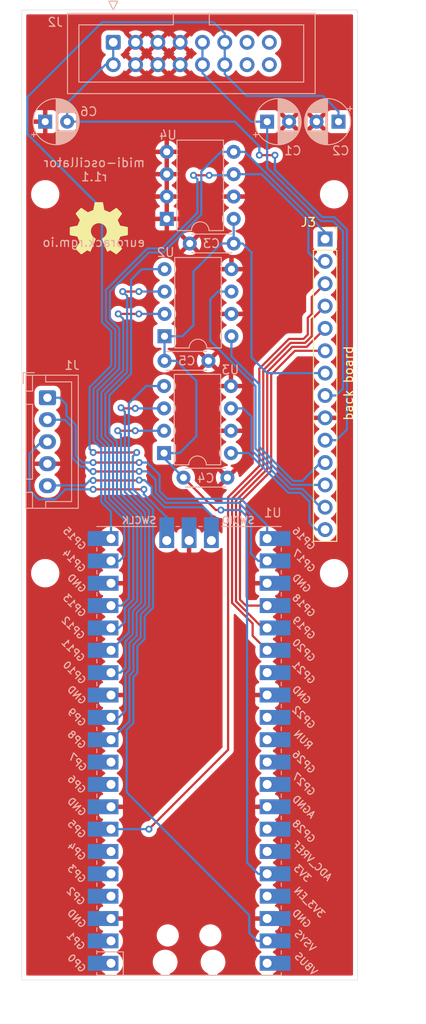
<source format=kicad_pcb>
(kicad_pcb (version 20211014) (generator pcbnew)
  (title_block (title "midi-oscillator back") (date "2022-07-08") (rev "1.1"))
  (layers (0 "F.Cu" signal) (31 "B.Cu" signal) (34 "B.Paste" user) (35 "F.Paste" user) (36 "B.SilkS" user "B.Silkscreen") (37 "F.SilkS" user "F.Silkscreen") (38 "B.Mask" user) (39 "F.Mask" user) (44 "Edge.Cuts" user))
  (net 0 "")
  (net 1 "+3.3V")
  (net 2 "GND")
  (net 3 "+12V")
  (net 4 "-12V")
  (net 5 "I2C_SDA")
  (net 6 "I2C_SCL")
  (net 7 "MIDI_RX")
  (net 8 "DAC_CH1")
  (net 9 "DAC_CH2")
  (net 10 "DAC_CH3")
  (net 11 "DAC_CH4")
  (net 12 "+5V")
  (net 13 "DBG_SWDIO")
  (net 14 "DBG_SWCLK")
  (net 15 "DBG_RX")
  (net 16 "DBG_TX")
  (net 17 "ENC_A")
  (net 18 "ENC_B")
  (net 19 "ENC_BT")
  (net 36 "DAC1_CS")
  (net 37 "DAC1_SCK")
  (net 38 "DAC1_DO")
  (net 39 "DAC2_CS")
  (net 40 "DAC2_SCK")
  (net 41 "DAC2_DO")
  (footprint "Connector_PinSocket_2.54mm:PinSocket_1x14_P2.54mm_Vertical" (layer "F.Cu") (at 148.717 65.278)
    (fp_text reference "J3")
    (fp_text value "Pin Socket 1x14")
  )
  (footprint "Symbol:OSHW-Symbol_6.7x6mm_SilkScreen" (layer "F.Cu") (at 122.936 64.0715)
    (fp_text reference "REF**" hide)
    (fp_text value "OSHW-Symbol_6.7x6mm_SilkScreen" hide)
  )
  (footprint "MountingHole:MountingHole_2.2mm_M2" (layer "F.Cu") (at 116.84 60.198)
    (fp_text reference "H1" hide)
    (fp_text value "MountingHole")
  )
  (footprint "MountingHole:MountingHole_2.2mm_M2" (layer "F.Cu") (at 116.84 103.251)
    (fp_text reference "H3" hide)
    (fp_text value "MountingHole")
  )
  (footprint "MountingHole:MountingHole_2.2mm_M2" (layer "F.Cu") (at 149.733 103.251)
    (fp_text reference "H4" hide)
    (fp_text value "MountingHole")
  )
  (footprint "MountingHole:MountingHole_2.2mm_M2" (layer "F.Cu") (at 149.733 60.198)
    (fp_text reference "H2" hide)
    (fp_text value "MountingHole")
  )
  (footprint "Capacitor_THT:CP_Radial_D5.0mm_P2.50mm" (layer "B.Cu") (at 142.113 51.943)
    (fp_text reference "C1")
    (fp_text value "10u")
  )
  (footprint "Capacitor_THT:CP_Radial_D5.0mm_P2.50mm" (layer "B.Cu") (at 150.241 51.943 180)
    (fp_text reference "C2")
    (fp_text value "10u")
  )
  (footprint "Capacitor_THT:C_Disc_D4.3mm_W1.9mm_P5.00mm" (layer "B.Cu") (at 138.303 65.786 180)
    (fp_text reference "C3")
    (fp_text value "100n")
  )
  (footprint "Capacitor_THT:C_Disc_D4.3mm_W1.9mm_P5.00mm" (layer "B.Cu") (at 132.588 92.3925)
    (fp_text reference "C4")
    (fp_text value "100n")
  )
  (footprint "Capacitor_THT:C_Disc_D4.3mm_W1.9mm_P5.00mm" (layer "B.Cu") (at 130.429 79.121)
    (fp_text reference "C5")
    (fp_text value "100n")
  )
  (footprint "Connector_JST:JST_XH_B5B-XH-A_1x05_P2.50mm_Vertical" (layer "B.Cu") (at 117.094 83.312 -90)
    (fp_text reference "J1")
    (fp_text value "JST XH 1x5")
  )
  (footprint "Connector_IDC:IDC-Header_2x08_P2.54mm_Vertical" (layer "B.Cu") (at 124.587 42.926 -90)
    (fp_text reference "J2")
    (fp_text value "IDC Header 2x8")
  )
  (footprint "eurorack:RPi_Pico_SMD_TH" (layer "B.Cu") (at 133.223 123.444)
    (fp_text reference "U1")
    (fp_text value "Raspberry Pi Pico")
  )
  (footprint "Package_DIP:DIP-8_W7.62mm" (layer "B.Cu") (at 130.429 76.327)
    (fp_text reference "U2")
    (fp_text value "MCP4822")
  )
  (footprint "Package_DIP:DIP-8_W7.62mm" (layer "B.Cu") (at 130.373225 89.605)
    (fp_text reference "U3")
    (fp_text value "MCP4822")
  )
  (footprint "Package_DIP:DIP-8_W7.62mm" (layer "B.Cu") (at 130.683 62.992)
    (fp_text reference "U4")
    (fp_text value "24LC512")
  )
  (footprint "Capacitor_THT:CP_Radial_D5.0mm_P2.50mm" (layer "B.Cu") (at 116.84 51.943)
    (fp_text reference "C6")
    (fp_text value "10u")
  )
  (gr_line (start 114.173 39.243) (end 152.4 39.243) (layer "Edge.Cuts") (width 0.05))
  (gr_line (start 114.173 149.479) (end 152.4 149.479) (layer "Edge.Cuts") (width 0.05))
  (gr_line (start 152.4 39.243) (end 152.4 149.479) (layer "Edge.Cuts") (width 0.05))
  (gr_line (start 114.173 149.479) (end 114.173 39.243) (layer "Edge.Cuts") (width 0.05))
  (gr_text "eurorack.rgm.io" (at 122.3645 65.659) (layer "B.SilkS") (effects (font (size 1 1)) (justify mirror)))
  (gr_text "midi-oscillator\nr1.1" (at 122.428 57.404) (layer "B.SilkS") (effects (font (size 1 1)) (justify mirror)))
  (gr_text "back board" (at 151.384 81.661 90) (layer "F.SilkS") (effects (font (size 1 1))))
  (segment (start 136.8425 96.0755) (end 136.271 96.0755) (width 0.25) (layer "F.Cu") (net 1))
  (segment (start 136.271 96.0755) (end 132.588 92.3925) (width 0.25) (layer "F.Cu") (net 1))
  (via (at 136.8425 96.0755) (size 0.8) (drill 0.4) (layers "F.Cu" "B.Cu") (net 1))
  (segment (start 139.82149 96.8334) (end 139.06359 96.0755) (width 0.25) (layer "B.Cu") (net 1))
  (segment (start 139.319 65.786) (end 140.335 66.802) (width 0.25) (layer "B.Cu") (net 1))
  (segment (start 139.827 136.144) (end 139.827 101.22041) (width 0.25) (layer "B.Cu") (net 1))
  (segment (start 139.827 101.22041) (end 139.82149 101.2149) (width 0.25) (layer "B.Cu") (net 1))
  (segment (start 131.7625 79.121) (end 130.429 79.121) (width 0.25) (layer "B.Cu") (net 1))
  (segment (start 130.373225 90.177725) (end 132.588 92.3925) (width 0.25) (layer "B.Cu") (net 1))
  (segment (start 139.82149 101.2149) (end 139.82149 96.8334) (width 0.25) (layer "B.Cu") (net 1))
  (segment (start 133.731 68.961) (end 133.731 75.057) (width 0.25) (layer "B.Cu") (net 1))
  (segment (start 138.303 65.786) (end 139.319 65.786) (width 0.25) (layer "B.Cu") (net 1))
  (segment (start 132.137 89.605) (end 134.0485 87.6935) (width 0.25) (layer "B.Cu") (net 1))
  (segment (start 133.731 68.961) (end 136.906 65.786) (width 0.25) (layer "B.Cu") (net 1))
  (segment (start 142.113 80.518) (end 148.717 80.518) (width 0.25) (layer "B.Cu") (net 1))
  (segment (start 134.0485 87.6935) (end 134.0485 81.407) (width 0.25) (layer "B.Cu") (net 1))
  (segment (start 140.335 78.74) (end 142.113 80.518) (width 0.25) (layer "B.Cu") (net 1))
  (segment (start 134.0485 81.407) (end 131.7625 79.121) (width 0.25) (layer "B.Cu") (net 1))
  (segment (start 130.373225 89.605) (end 132.137 89.605) (width 0.25) (layer "B.Cu") (net 1))
  (segment (start 140.335 66.802) (end 140.335 78.74) (width 0.25) (layer "B.Cu") (net 1))
  (segment (start 139.06359 96.0755) (end 136.8425 96.0755) (width 0.25) (layer "B.Cu") (net 1))
  (segment (start 138.303 62.992) (end 138.303 65.786) (width 0.25) (layer "B.Cu") (net 1))
  (segment (start 142.113 137.414) (end 141.097 137.414) (width 0.25) (layer "B.Cu") (net 1))
  (segment (start 136.906 65.786) (end 138.303 65.786) (width 0.25) (layer "B.Cu") (net 1))
  (segment (start 130.373225 89.605) (end 130.373225 90.177725) (width 0.25) (layer "B.Cu") (net 1))
  (segment (start 130.429 79.121) (end 130.429 76.327) (width 0.25) (layer "B.Cu") (net 1))
  (segment (start 132.461 76.327) (end 130.429 76.327) (width 0.25) (layer "B.Cu") (net 1))
  (segment (start 141.097 137.414) (end 139.827 136.144) (width 0.25) (layer "B.Cu") (net 1))
  (segment (start 133.731 75.057) (end 132.461 76.327) (width 0.25) (layer "B.Cu") (net 1))
  (segment (start 140.2715 51.943) (end 142.113 51.943) (width 0.25) (layer "B.Cu") (net 3))
  (segment (start 142.113 57.15) (end 142.113 51.943) (width 0.25) (layer "B.Cu") (net 3))
  (segment (start 134.747 42.926) (end 134.747 45.466) (width 0.25) (layer "B.Cu") (net 3))
  (segment (start 150.749 82.296) (end 150.749 64.389) (width 0.25) (layer "B.Cu") (net 3))
  (segment (start 134.747 45.466) (end 134.747 46.4185) (width 0.25) (layer "B.Cu") (net 3))
  (segment (start 148.209 63.246) (end 142.113 57.15) (width 0.25) (layer "B.Cu") (net 3))
  (segment (start 134.747 46.4185) (end 140.2715 51.943) (width 0.25) (layer "B.Cu") (net 3))
  (segment (start 149.606 63.246) (end 148.209 63.246) (width 0.25) (layer "B.Cu") (net 3))
  (segment (start 148.717 83.058) (end 149.987 83.058) (width 0.25) (layer "B.Cu") (net 3))
  (segment (start 150.749 64.389) (end 149.606 63.246) (width 0.25) (layer "B.Cu") (net 3))
  (segment (start 149.987 83.058) (end 150.749 82.296) (width 0.25) (layer "B.Cu") (net 3))
  (segment (start 141.224 55.753) (end 143.002 55.753) (width 0.25) (layer "F.Cu") (net 4))
  (via (at 143.002 55.753) (size 0.8) (drill 0.4) (layers "F.Cu" "B.Cu") (net 4))
  (via (at 141.224 55.753) (size 0.8) (drill 0.4) (layers "F.Cu" "B.Cu") (net 4))
  (segment (start 149.987 88.138) (end 148.717 88.138) (width 0.25) (layer "B.Cu") (net 4))
  (segment (start 143.002 55.753) (end 143.002 57.40259) (width 0.25) (layer "B.Cu") (net 4))
  (segment (start 149.7924 62.79599) (end 151.199009 64.202599) (width 0.25) (layer "B.Cu") (net 4))
  (segment (start 143.002 57.40259) (end 148.3954 62.79599) (width 0.25) (layer "B.Cu") (net 4))
  (segment (start 123.698 45.466) (end 124.587 45.466) (width 0.25) (layer "B.Cu") (net 4))
  (segment (start 124.587 42.926) (end 124.587 45.466) (width 0.25) (layer "B.Cu") (net 4))
  (segment (start 151.19901 86.92599) (end 149.987 88.138) (width 0.25) (layer "B.Cu") (net 4))
  (segment (start 148.3954 62.79599) (end 149.7924 62.79599) (width 0.25) (layer "B.Cu") (net 4))
  (segment (start 141.224 54.737) (end 141.224 55.753) (width 0.25) (layer "B.Cu") (net 4))
  (segment (start 119.34 49.824) (end 123.698 45.466) (width 0.25) (layer "B.Cu") (net 4))
  (segment (start 138.43 51.943) (end 141.224 54.737) (width 0.25) (layer "B.Cu") (net 4))
  (segment (start 119.34 51.943) (end 138.43 51.943) (width 0.25) (layer "B.Cu") (net 4))
  (segment (start 119.34 51.943) (end 119.34 49.824) (width 0.25) (layer "B.Cu") (net 4))
  (segment (start 151.199009 64.202599) (end 151.19901 86.92599) (width 0.25) (layer "B.Cu") (net 4))
  (segment (start 139.574411 55.372) (end 148.717 64.514589) (width 0.25) (layer "B.Cu") (net 5))
  (segment (start 124.333 101.854) (end 125.2855 101.854) (width 0.25) (layer "B.Cu") (net 5))
  (segment (start 136.853 55.372) (end 138.303 55.372) (width 0.25) (layer "B.Cu") (net 5))
  (segment (start 125.2855 101.854) (end 125.857 101.2825) (width 0.25) (layer "B.Cu") (net 5))
  (segment (start 124.206 74.3585) (end 124.206 71.247) (width 0.25) (layer "B.Cu") (net 5))
  (segment (start 125.26897 75.42147) (end 124.206 74.3585) (width 0.25) (layer "B.Cu") (net 5))
  (segment (start 148.717 64.514589) (end 148.717 65.278) (width 0.25) (layer "B.Cu") (net 5))
  (segment (start 123.66494 88.871169) (end 122.792472 87.998699) (width 0.25) (layer "B.Cu") (net 5))
  (segment (start 128.650999 66.802001) (end 130.302716 66.802001) (width 0.25) (layer "B.Cu") (net 5))
  (segment (start 122.792473 82.498797) (end 125.26897 80.0223) (width 0.25) (layer "B.Cu") (net 5))
  (segment (start 125.26897 80.0223) (end 125.26897 75.42147) (width 0.25) (layer "B.Cu") (net 5))
  (segment (start 125.857 97.16064) (end 123.66494 94.96858) (width 0.25) (layer "B.Cu") (net 5))
  (segment (start 134.62 57.605) (end 136.853 55.372) (width 0.25) (layer "B.Cu") (net 5))
  (segment (start 130.302716 66.802001) (end 134.62 62.484717) (width 0.25) (layer "B.Cu") (net 5))
  (segment (start 125.857 101.2825) (end 125.857 97.16064) (width 0.25) (layer "B.Cu") (net 5))
  (segment (start 124.206 71.247) (end 128.650999 66.802001) (width 0.25) (layer "B.Cu") (net 5))
  (segment (start 134.62 62.484717) (end 134.62 57.605) (width 0.25) (layer "B.Cu") (net 5))
  (segment (start 138.303 55.372) (end 139.574411 55.372) (width 0.25) (layer "B.Cu") (net 5))
  (segment (start 122.792472 87.998699) (end 122.792473 82.498797) (width 0.25) (layer "B.Cu") (net 5))
  (segment (start 123.66494 94.96858) (end 123.66494 88.871169) (width 0.25) (layer "B.Cu") (net 5))
  (segment (start 133.731 58.039) (end 135.509 58.039) (width 0.25) (layer "F.Cu") (net 6))
  (via (at 135.509 58.039) (size 0.8) (drill 0.4) (layers "F.Cu" "B.Cu") (net 6))
  (via (at 133.731 58.039) (size 0.8) (drill 0.4) (layers "F.Cu" "B.Cu") (net 6))
  (segment (start 134.16999 62.29901) (end 134.16999 58.47799) (width 0.25) (layer "B.Cu") (net 6))
  (segment (start 124.333 96.27305) (end 123.21493 95.15498) (width 0.25) (layer "B.Cu") (net 6))
  (segment (start 123.75599 74.5449) (end 123.755991 71.060599) (width 0.25) (layer "B.Cu") (net 6))
  (segment (start 141.478 57.912) (end 146.812 63.246) (width 0.25) (layer "B.Cu") (net 6))
  (segment (start 122.342463 88.185098) (end 122.342464 82.312396) (width 0.25) (layer "B.Cu") (net 6))
  (segment (start 138.303 57.912) (end 141.478 57.912) (width 0.25) (layer "B.Cu") (net 6))
  (segment (start 147.828 67.818) (end 148.717 67.818) (width 0.25) (layer "B.Cu") (net 6))
  (segment (start 124.81896 75.60787) (end 123.75599 74.5449) (width 0.25) (layer "B.Cu") (net 6))
  (segment (start 123.755991 71.060599) (end 128.4646 66.35199) (width 0.25) (layer "B.Cu") (net 6))
  (segment (start 134.16999 58.47799) (end 133.731 58.039) (width 0.25) (layer "B.Cu") (net 6))
  (segment (start 123.21493 89.057568) (end 122.342463 88.185098) (width 0.25) (layer "B.Cu") (net 6))
  (segment (start 130.11701 66.35199) (end 134.16999 62.29901) (width 0.25) (layer "B.Cu") (net 6))
  (segment (start 124.81896 79.8359) (end 124.81896 75.60787) (width 0.25) (layer "B.Cu") (net 6))
  (segment (start 146.812 66.802) (end 147.828 67.818) (width 0.25) (layer "B.Cu") (net 6))
  (segment (start 122.342464 82.312396) (end 124.81896 79.8359) (width 0.25) (layer "B.Cu") (net 6))
  (segment (start 123.21493 95.15498) (end 123.21493 89.057568) (width 0.25) (layer "B.Cu") (net 6))
  (segment (start 135.509 58.039) (end 138.176 58.039) (width 0.25) (layer "B.Cu") (net 6))
  (segment (start 124.333 99.314) (end 124.333 96.27305) (width 0.25) (layer "B.Cu") (net 6))
  (segment (start 128.4646 66.35199) (end 130.11701 66.35199) (width 0.25) (layer "B.Cu") (net 6))
  (segment (start 138.176 58.039) (end 138.303 57.912) (width 0.25) (layer "B.Cu") (net 6))
  (segment (start 146.812 63.246) (end 146.812 66.802) (width 0.25) (layer "B.Cu") (net 6))
  (segment (start 141.224 91.059) (end 141.224 80.008566) (width 0.25) (layer "F.Cu") (net 7))
  (segment (start 128.651 132.334) (end 137.668 123.317) (width 0.25) (layer "F.Cu") (net 7))
  (segment (start 141.224 80.008566) (end 144.603126 76.62944) (width 0.25) (layer "F.Cu") (net 7))
  (segment (start 147.193 73.786282) (end 147.193 71.882) (width 0.25) (layer "F.Cu") (net 7))
  (segment (start 146.254124 76.62944) (end 146.74348 76.140084) (width 0.25) (layer "F.Cu") (net 7))
  (segment (start 144.603126 76.62944) (end 146.254124 76.62944) (width 0.25) (layer "F.Cu") (net 7))
  (segment (start 146.74348 76.140084) (end 146.74348 74.235802) (width 0.25) (layer "F.Cu") (net 7))
  (segment (start 137.668 123.317) (end 137.668 94.615) (width 0.25) (layer "F.Cu") (net 7))
  (segment (start 147.193 71.882) (end 148.717 70.358) (width 0.25) (layer "F.Cu") (net 7))
  (segment (start 146.74348 74.235802) (end 147.193 73.786282) (width 0.25) (layer "F.Cu") (net 7))
  (segment (start 137.668 94.615) (end 141.224 91.059) (width 0.25) (layer "F.Cu") (net 7))
  (via (at 128.651 132.334) (size 0.8) (drill 0.4) (layers "F.Cu" "B.Cu") (net 7))
  (segment (start 124.333 132.334) (end 128.651 132.334) (width 0.25) (layer "B.Cu") (net 7))
  (segment (start 141.23502 81.79761) (end 141.23502 88.9082) (width 0.25) (layer "B.Cu") (net 8))
  (segment (start 138.049 78.61159) (end 141.23502 81.79761) (width 0.25) (layer "B.Cu") (net 8))
  (segment (start 138.049 76.327) (end 138.049 78.61159) (width 0.25) (layer "B.Cu") (net 8))
  (segment (start 145.0953 92.76848) (end 146.11852 92.76848) (width 0.25) (layer "B.Cu") (net 8))
  (segment (start 141.23502 88.9082) (end 145.0953 92.76848) (width 0.25) (layer "B.Cu") (net 8))
  (segment (start 148.209 90.678) (end 148.717 90.678) (width 0.25) (layer "B.Cu") (net 8))
  (segment (start 146.11852 92.76848) (end 148.209 90.678) (width 0.25) (layer "B.Cu") (net 8))
  (segment (start 136.525 71.247) (end 135.636 72.136) (width 0.25) (layer "B.Cu") (net 9))
  (segment (start 135.636 72.136) (end 135.636 76.835) (width 0.25) (layer "B.Cu") (net 9))
  (segment (start 144.90841 93.218) (end 148.717 93.218) (width 0.25) (layer "B.Cu") (net 9))
  (segment (start 140.78501 89.0946) (end 144.90841 93.218) (width 0.25) (layer "B.Cu") (net 9))
  (segment (start 140.78501 81.98401) (end 140.78501 89.0946) (width 0.25) (layer "B.Cu") (net 9))
  (segment (start 138.049 71.247) (end 136.525 71.247) (width 0.25) (layer "B.Cu") (net 9))
  (segment (start 135.636 76.835) (end 140.78501 81.98401) (width 0.25) (layer "B.Cu") (net 9))
  (segment (start 145.932322 94.11704) (end 146.939 95.123718) (width 0.25) (layer "B.Cu") (net 10))
  (segment (start 140.023975 89.605) (end 144.536016 94.11704) (width 0.25) (layer "B.Cu") (net 10))
  (segment (start 146.939 95.123718) (end 146.939 97.536) (width 0.25) (layer "B.Cu") (net 10))
  (segment (start 147.701 98.298) (end 148.717 98.298) (width 0.25) (layer "B.Cu") (net 10))
  (segment (start 144.536016 94.11704) (end 145.932322 94.11704) (width 0.25) (layer "B.Cu") (net 10))
  (segment (start 146.939 97.536) (end 147.701 98.298) (width 0.25) (layer "B.Cu") (net 10))
  (segment (start 137.993225 89.605) (end 140.023975 89.605) (width 0.25) (layer "B.Cu") (net 10))
  (segment (start 139.389 84.525) (end 140.335 85.471) (width 0.25) (layer "B.Cu") (net 11))
  (segment (start 146.11852 93.66752) (end 148.209 95.758) (width 0.25) (layer "B.Cu") (net 11))
  (segment (start 148.209 95.758) (end 148.717 95.758) (width 0.25) (layer "B.Cu") (net 11))
  (segment (start 140.335 85.471) (end 140.335 89.280307) (width 0.25) (layer "B.Cu") (net 11))
  (segment (start 144.722213 93.66752) (end 146.11852 93.66752) (width 0.25) (layer "B.Cu") (net 11))
  (segment (start 137.993225 84.525) (end 139.389 84.525) (width 0.25) (layer "B.Cu") (net 11))
  (segment (start 140.335 89.280307) (end 144.722213 93.66752) (width 0.25) (layer "B.Cu") (net 11))
  (segment (start 127.254 89.535) (end 122.301 89.535) (width 0.25) (layer "F.Cu") (net 12))
  (via (at 127.254 89.535) (size 0.8) (drill 0.4) (layers "F.Cu" "B.Cu") (net 12))
  (via (at 122.301 89.535) (size 0.8) (drill 0.4) (layers "F.Cu" "B.Cu") (net 12))
  (segment (start 148.463 49.022) (end 150.241 50.8) (width 0.25) (layer "B.Cu") (net 12))
  (segment (start 129.11558 95.964349) (end 126.81452 93.663289) (width 0.25) (layer "B.Cu") (net 12))
  (segment (start 128.16308 108.124726) (end 129.11558 107.172226) (width 0.25) (layer "B.Cu") (net 12))
  (segment (start 124.36895 75.79427) (end 123.305981 74.731299) (width 0.25) (layer "B.Cu") (net 12))
  (segment (start 122.301 89.535) (end 121.892454 89.126454) (width 0.25) (layer "B.Cu") (net 12))
  (segment (start 126.88304 115.054113) (end 127.33256 114.604593) (width 0.25) (layer "B.Cu") (net 12))
  (segment (start 126.111 121.031717) (end 126.88304 120.259677) (width 0.25) (layer "B.Cu") (net 12))
  (segment (start 127.33256 111.55731) (end 128.163079 110.72679) (width 0.25) (layer "B.Cu") (net 12))
  (segment (start 139.7635 49.022) (end 148.463 49.022) (width 0.25) (layer "B.Cu") (net 12))
  (segment (start 129.11558 107.172226) (end 129.11558 95.964349) (width 0.25) (layer "B.Cu") (net 12))
  (segment (start 137.287 41.91) (end 136.017 40.64) (width 0.25) (layer "B.Cu") (net 12))
  (segment (start 126.88304 120.259677) (end 126.88304 115.054113) (width 0.25) (layer "B.Cu") (net 12))
  (segment (start 137.287 45.466) (end 137.287 46.5455) (width 0.25) (layer "B.Cu") (net 12))
  (segment (start 137.287 46.5455) (end 139.7635 49.022) (width 0.25) (layer "B.Cu") (net 12))
  (segment (start 126.111 128.143) (end 126.111 121.031717) (width 0.25) (layer "B.Cu") (net 12))
  (segment (start 140.081 144.145) (end 140.081 142.113) (width 0.25) (layer "B.Cu") (net 12))
  (segment (start 123.305981 61.837981) (end 119.9515 58.4835) (width 0.25) (layer "B.Cu") (net 12))
  (segment (start 136.017 40.64) (end 123.317 40.64) (width 0.25) (layer "B.Cu") (net 12))
  (segment (start 124.36895 79.6495) (end 124.36895 75.79427) (width 0.25) (layer "B.Cu") (net 12))
  (segment (start 150.241 50.8) (end 150.241 51.943) (width 0.25) (layer "B.Cu") (net 12))
  (segment (start 140.081 142.113) (end 126.111 128.143) (width 0.25) (layer "B.Cu") (net 12))
  (segment (start 140.97 145.034) (end 140.081 144.145) (width 0.25) (layer "B.Cu") (net 12))
  (segment (start 123.305981 74.731299) (end 123.305981 61.837981) (width 0.25) (layer "B.Cu") (net 12))
  (segment (start 142.113 145.034) (end 140.97 145.034) (width 0.25) (layer "B.Cu") (net 12))
  (segment (start 121.892455 82.125995) (end 124.36895 79.6495) (width 0.25) (layer "B.Cu") (net 12))
  (segment (start 128.163079 110.72679) (end 128.16308 108.124726) (width 0.25) (layer "B.Cu") (net 12))
  (segment (start 114.808 49.149) (end 114.808 53.34) (width 0.25) (layer "B.Cu") (net 12))
  (segment (start 123.317 40.64) (end 114.808 49.149) (width 0.25) (layer "B.Cu") (net 12))
  (segment (start 126.81452 89.97448) (end 127.254 89.535) (width 0.25) (layer "B.Cu") (net 12))
  (segment (start 137.287 42.926) (end 137.287 41.91) (width 0.25) (layer "B.Cu") (net 12))
  (segment (start 114.808 53.34) (end 119.9515 58.4835) (width 0.25) (layer "B.Cu") (net 12))
  (segment (start 127.33256 114.604593) (end 127.33256 111.55731) (width 0.25) (layer "B.Cu") (net 12))
  (segment (start 126.81452 93.663289) (end 126.81452 89.97448) (width 0.25) (layer "B.Cu") (net 12))
  (segment (start 121.892454 89.126454) (end 121.892455 82.125995) (width 0.25) (layer "B.Cu") (net 12))
  (segment (start 137.287 42.926) (end 137.287 45.466) (width 0.25) (layer "B.Cu") (net 12))
  (segment (start 127.506026 92.71) (end 122.301 92.71) (width 0.25) (layer "F.Cu") (net 13))
  (segment (start 127.53902 92.677006) (end 127.506026 92.71) (width 0.25) (layer "F.Cu") (net 13))
  (via (at 122.301 92.71) (size 0.8) (drill 0.4) (layers "F.Cu" "B.Cu") (net 13))
  (via (at 127.53902 92.677006) (size 0.8) (drill 0.4) (layers "F.Cu" "B.Cu") (net 13))
  (segment (start 130.42759 95.758) (end 134.874 95.758) (width 0.25) (layer "B.Cu") (net 13))
  (segment (start 128.9685 93.472) (end 128.9685 94.2975) (width 0.25) (layer "B.Cu") (net 13))
  (segment (start 129.286 94.61641) (end 130.42759 95.758) (width 0.25) (layer "B.Cu") (net 13))
  (segment (start 127.53902 92.677006) (end 128.173506 92.677006) (width 0.25) (layer "B.Cu") (net 13))
  (segment (start 121.92 92.71) (end 122.301 92.71) (width 0.25) (layer "B.Cu") (net 13))
  (segment (start 134.874 95.758) (end 135.763 96.647) (width 0.25) (layer "B.Cu") (net 13))
  (segment (start 135.763 96.647) (end 135.763 99.544) (width 0.25) (layer "B.Cu") (net 13))
  (segment (start 121.35352 93.27648) (end 121.92 92.71) (width 0.25) (layer "B.Cu") (net 13))
  (segment (start 128.173506 92.677006) (end 128.9685 93.472) (width 0.25) (layer "B.Cu") (net 13))
  (segment (start 117.094 93.312) (end 117.12952 93.27648) (width 0.25) (layer "B.Cu") (net 13))
  (segment (start 129.286 94.615) (end 129.286 94.61641) (width 0.25) (layer "B.Cu") (net 13))
  (segment (start 117.12952 93.27648) (end 121.35352 93.27648) (width 0.25) (layer "B.Cu") (net 13))
  (segment (start 128.9685 94.2975) (end 129.286 94.615) (width 0.25) (layer "B.Cu") (net 13))
  (segment (start 128.0795 93.726) (end 122.301 93.726) (width 0.25) (layer "F.Cu") (net 14))
  (via (at 128.0795 93.726) (size 0.8) (drill 0.4) (layers "F.Cu" "B.Cu") (net 14))
  (via (at 122.301 93.726) (size 0.8) (drill 0.4) (layers "F.Cu" "B.Cu") (net 14))
  (segment (start 115.062 89.662) (end 115.062 93.853) (width 0.25) (layer "B.Cu") (net 14))
  (segment (start 116.412 88.312) (end 115.062 89.662) (width 0.25) (layer "B.Cu") (net 14))
  (segment (start 130.683 96.89536) (end 130.55882 96.77118) (width 0.25) (layer "B.Cu") (net 14))
  (segment (start 117.983 94.869) (end 119.126 93.726) (width 0.25) (layer "B.Cu") (net 14))
  (segment (start 130.55882 96.77118) (end 128.0795 94.291859) (width 0.25) (layer "B.Cu") (net 14))
  (segment (start 119.126 93.726) (end 122.301 93.726) (width 0.25) (layer "B.Cu") (net 14))
  (segment (start 130.625141 96.8375) (end 130.55882 96.77118) (width 0.25) (layer "B.Cu") (net 14))
  (segment (start 130.683 99.544) (end 130.683 96.89536) (width 0.25) (layer "B.Cu") (net 14))
  (segment (start 116.078 94.869) (end 117.983 94.869) (width 0.25) (layer "B.Cu") (net 14))
  (segment (start 117.094 88.312) (end 116.412 88.312) (width 0.25) (layer "B.Cu") (net 14))
  (segment (start 115.062 93.853) (end 116.078 94.869) (width 0.25) (layer "B.Cu") (net 14))
  (segment (start 128.0795 94.291859) (end 128.0795 93.726) (width 0.25) (layer "B.Cu") (net 14))
  (segment (start 127.53902 91.677503) (end 127.522523 91.694) (width 0.25) (layer "F.Cu") (net 15))
  (segment (start 127.522523 91.694) (end 122.301 91.694) (width 0.25) (layer "F.Cu") (net 15))
  (via (at 122.301 91.694) (size 0.8) (drill 0.4) (layers "F.Cu" "B.Cu") (net 15))
  (via (at 127.53902 91.677503) (size 0.8) (drill 0.4) (layers "F.Cu" "B.Cu") (net 15))
  (segment (start 121.35352 91.12752) (end 121.92 91.694) (width 0.25) (layer "B.Cu") (net 15))
  (segment (start 119.888 86.614) (end 119.888 90.1065) (width 0.25) (layer "B.Cu") (net 15))
  (segment (start 140.2715 96.647) (end 140.2715 101.0285) (width 0.25) (layer "B.Cu") (net 15))
  (segment (start 121.92 91.694) (end 122.301 91.694) (width 0.25) (layer "B.Cu") (net 15))
  (segment (start 120.151323 90.369822) (end 120.909021 91.12752) (width 0.25) (layer "B.Cu") (net 15))
  (segment (start 117.094 85.812) (end 119.086 85.812) (width 0.25) (layer "B.Cu") (net 15))
  (segment (start 140.2715 101.0285) (end 141.097 101.854) (width 0.25) (layer "B.Cu") (net 15))
  (segment (start 141.097 101.854) (end 142.113 101.854) (width 0.25) (layer "B.Cu") (net 15))
  (segment (start 138.8745 95.25) (end 140.2715 96.647) (width 0.25) (layer "B.Cu") (net 15))
  (segment (start 120.909021 91.12752) (end 121.35352 91.12752) (width 0.25) (layer "B.Cu") (net 15))
  (segment (start 129.41851 94.1111) (end 130.55741 95.25) (width 0.25) (layer "B.Cu") (net 15))
  (segment (start 130.55741 95.25) (end 138.8745 95.25) (width 0.25) (layer "B.Cu") (net 15))
  (segment (start 119.888 90.1065) (end 120.151323 90.369822) (width 0.25) (layer "B.Cu") (net 15))
  (segment (start 127.53902 91.677503) (end 128.444003 91.677503) (width 0.25) (layer "B.Cu") (net 15))
  (segment (start 129.41851 92.65201) (end 129.41851 94.1111) (width 0.25) (layer "B.Cu") (net 15))
  (segment (start 128.444003 91.677503) (end 129.41851 92.65201) (width 0.25) (layer "B.Cu") (net 15))
  (segment (start 119.086 85.812) (end 119.888 86.614) (width 0.25) (layer "B.Cu") (net 15))
  (segment (start 127.53902 90.678) (end 122.301 90.678) (width 0.25) (layer "F.Cu") (net 16))
  (via (at 122.301 90.678) (size 0.8) (drill 0.4) (layers "F.Cu" "B.Cu") (net 16))
  (via (at 127.53902 90.678) (size 0.8) (drill 0.4) (layers "F.Cu" "B.Cu") (net 16))
  (segment (start 120.33752 86.427802) (end 119.253 85.343282) (width 0.25) (layer "B.Cu") (net 16))
  (segment (start 139.12299 94.79999) (end 142.113 97.79) (width 0.25) (layer "B.Cu") (net 16))
  (segment (start 119.253 84.074) (end 118.491 83.312) (width 0.25) (layer "B.Cu") (net 16))
  (segment (start 129.86852 92.08602) (end 129.86852 93.9247) (width 0.25) (layer "B.Cu") (net 16))
  (segment (start 128.4605 90.678) (end 129.86852 92.08602) (width 0.25) (layer "B.Cu") (net 16))
  (segment (start 142.113 97.79) (end 142.113 99.314) (width 0.25) (layer "B.Cu") (net 16))
  (segment (start 119.253 85.343282) (end 119.253 84.074) (width 0.25) (layer "B.Cu") (net 16))
  (segment (start 130.74381 94.79999) (end 139.12299 94.79999) (width 0.25) (layer "B.Cu") (net 16))
  (segment (start 127.53902 90.678) (end 128.4605 90.678) (width 0.25) (layer "B.Cu") (net 16))
  (segment (start 122.301 90.678) (end 121.095218 90.678) (width 0.25) (layer "B.Cu") (net 16))
  (segment (start 118.491 83.312) (end 117.094 83.312) (width 0.25) (layer "B.Cu") (net 16))
  (segment (start 120.33752 89.920302) (end 120.33752 86.427802) (width 0.25) (layer "B.Cu") (net 16))
  (segment (start 129.86852 93.9247) (end 130.74381 94.79999) (width 0.25) (layer "B.Cu") (net 16))
  (segment (start 121.095218 90.678) (end 120.33752 89.920302) (width 0.25) (layer "B.Cu") (net 16))
  (segment (start 139.7 106.934) (end 139.01803 106.25203) (width 0.25) (layer "F.Cu") (net 17))
  (segment (start 142.57403 80.69197) (end 145.288 77.978) (width 0.25) (layer "F.Cu") (net 17))
  (segment (start 145.288 77.978) (end 148.717 77.978) (width 0.25) (layer "F.Cu") (net 17))
  (segment (start 142.57403 91.6182) (end 142.57403 80.69197) (width 0.25) (layer "F.Cu") (net 17))
  (segment (start 139.01803 95.1742) (end 142.57403 91.6182) (width 0.25) (layer "F.Cu") (net 17))
  (segment (start 142.113 106.934) (end 139.7 106.934) (width 0.25) (layer "F.Cu") (net 17))
  (segment (start 139.01803 106.25203) (end 139.01803 95.1742) (width 0.25) (layer "F.Cu") (net 17))
  (segment (start 142.12402 80.37998) (end 144.97552 77.52848) (width 0.25) (layer "F.Cu") (net 18))
  (segment (start 141.605 109.474) (end 139.51452 107.38352) (width 0.25) (layer "F.Cu") (net 18))
  (segment (start 146.62652 77.52848) (end 148.717 75.438) (width 0.25) (layer "F.Cu") (net 18))
  (segment (start 139.51452 107.38352) (end 139.513802 107.38352) (width 0.25) (layer "F.Cu") (net 18))
  (segment (start 139.513802 107.38352) (end 138.56802 106.437738) (width 0.25) (layer "F.Cu") (net 18))
  (segment (start 142.12402 91.4318) (end 142.12402 80.37998) (width 0.25) (layer "F.Cu") (net 18))
  (segment (start 138.56802 94.9878) (end 142.12402 91.4318) (width 0.25) (layer "F.Cu") (net 18))
  (segment (start 142.113 109.474) (end 141.605 109.474) (width 0.25) (layer "F.Cu") (net 18))
  (segment (start 138.56802 106.437738) (end 138.56802 94.9878) (width 0.25) (layer "F.Cu") (net 18))
  (segment (start 144.97552 77.52848) (end 146.62652 77.52848) (width 0.25) (layer "F.Cu") (net 18))
  (segment (start 140.462 110.363) (end 140.462 108.966718) (width 0.25) (layer "F.Cu") (net 19))
  (segment (start 139.327604 107.83304) (end 138.11801 106.623446) (width 0.25) (layer "F.Cu") (net 19))
  (segment (start 138.11801 106.623446) (end 138.11801 94.8014) (width 0.25) (layer "F.Cu") (net 19))
  (segment (start 147.193 74.422) (end 148.717 72.898) (width 0.25) (layer "F.Cu") (net 19))
  (segment (start 144.789323 77.07896) (end 146.440322 77.07896) (width 0.25) (layer "F.Cu") (net 19))
  (segment (start 140.462 108.966718) (end 139.328322 107.83304) (width 0.25) (layer "F.Cu") (net 19))
  (segment (start 139.328322 107.83304) (end 139.327604 107.83304) (width 0.25) (layer "F.Cu") (net 19))
  (segment (start 142.113 112.014) (end 140.462 110.363) (width 0.25) (layer "F.Cu") (net 19))
  (segment (start 147.193 76.326282) (end 147.193 74.422) (width 0.25) (layer "F.Cu") (net 19))
  (segment (start 146.440322 77.07896) (end 147.193 76.326282) (width 0.25) (layer "F.Cu") (net 19))
  (segment (start 138.11801 94.8014) (end 141.67401 91.2454) (width 0.25) (layer "F.Cu") (net 19))
  (segment (start 141.67401 80.194273) (end 144.789323 77.07896) (width 0.25) (layer "F.Cu") (net 19))
  (segment (start 141.67401 91.2454) (end 141.67401 80.194273) (width 0.25) (layer "F.Cu") (net 19))
  (segment (start 127.508 73.787) (end 125.1585 73.787) (width 0.25) (layer "F.Cu") (net 36))
  (via (at 127.508 73.787) (size 0.8) (drill 0.4) (layers "F.Cu" "B.Cu") (net 36))
  (via (at 125.1585 73.787) (size 0.8) (drill 0.4) (layers "F.Cu" "B.Cu") (net 36))
  (segment (start 125.5395 106.934) (end 126.365 106.1085) (width 0.25) (layer "B.Cu") (net 36))
  (segment (start 125.71898 80.2087) (end 125.71898 74.34748) (width 0.25) (layer "B.Cu") (net 36))
  (segment (start 124.333 106.934) (end 125.5395 106.934) (width 0.25) (layer "B.Cu") (net 36))
  (segment (start 124.11495 94.78218) (end 124.11495 88.68477) (width 0.25) (layer "B.Cu") (net 36))
  (segment (start 124.11495 88.68477) (end 123.242481 87.812299) (width 0.25) (layer "B.Cu") (net 36))
  (segment (start 130.429 73.787) (end 127.508 73.787) (width 0.25) (layer "B.Cu") (net 36))
  (segment (start 126.365 97.03223) (end 124.11495 94.78218) (width 0.25) (layer "B.Cu") (net 36))
  (segment (start 126.365 106.1085) (end 126.365 97.03223) (width 0.25) (layer "B.Cu") (net 36))
  (segment (start 123.242481 87.812299) (end 123.242482 82.685198) (width 0.25) (layer "B.Cu") (net 36))
  (segment (start 125.71898 74.34748) (end 125.1585 73.787) (width 0.25) (layer "B.Cu") (net 36))
  (segment (start 123.242482 82.685198) (end 125.71898 80.2087) (width 0.25) (layer "B.Cu") (net 36))
  (segment (start 127.508 71.247) (end 125.6665 71.247) (width 0.25) (layer "F.Cu") (net 37))
  (via (at 125.6665 71.247) (size 0.8) (drill 0.4) (layers "F.Cu" "B.Cu") (net 37))
  (via (at 127.508 71.247) (size 0.8) (drill 0.4) (layers "F.Cu" "B.Cu") (net 37))
  (segment (start 124.564959 94.59578) (end 124.564959 88.498369) (width 0.25) (layer "B.Cu") (net 37))
  (segment (start 126.168989 71.749489) (end 125.6665 71.247) (width 0.25) (layer "B.Cu") (net 37))
  (segment (start 126.867489 106.241729) (end 126.867489 96.898309) (width 0.25) (layer "B.Cu") (net 37))
  (segment (start 126.867489 96.898309) (end 124.564959 94.59578) (width 0.25) (layer "B.Cu") (net 37))
  (segment (start 130.429 71.247) (end 127.508 71.247) (width 0.25) (layer "B.Cu") (net 37))
  (segment (start 125.91548 108.78052) (end 125.91548 107.193738) (width 0.25) (layer "B.Cu") (net 37))
  (segment (start 123.692489 87.6259) (end 123.692489 82.8716) (width 0.25) (layer "B.Cu") (net 37))
  (segment (start 125.91548 107.193738) (end 126.867489 106.241729) (width 0.25) (layer "B.Cu") (net 37))
  (segment (start 124.564959 88.498369) (end 123.692489 87.6259) (width 0.25) (layer "B.Cu") (net 37))
  (segment (start 126.168989 80.395101) (end 126.168989 71.749489) (width 0.25) (layer "B.Cu") (net 37))
  (segment (start 123.692489 82.8716) (end 126.168989 80.395101) (width 0.25) (layer "B.Cu") (net 37))
  (segment (start 124.333 109.474) (end 125.222 109.474) (width 0.25) (layer "B.Cu") (net 37))
  (segment (start 125.222 109.474) (end 125.91548 108.78052) (width 0.25) (layer "B.Cu") (net 37))
  (segment (start 126.365 107.379936) (end 127.3175 106.427436) (width 0.25) (layer "B.Cu") (net 38))
  (segment (start 127.3175 96.71191) (end 125.01497 94.40938) (width 0.25) (layer "B.Cu") (net 38))
  (segment (start 124.1425 87.4395) (end 124.1425 83.058) (width 0.25) (layer "B.Cu") (net 38))
  (segment (start 126.619 80.5815) (end 126.619 69.9135) (width 0.25) (layer "B.Cu") (net 38))
  (segment (start 125.01497 94.40938) (end 125.01497 88.31197) (width 0.25) (layer "B.Cu") (net 38))
  (segment (start 125.01497 88.31197) (end 124.1425 87.4395) (width 0.25) (layer "B.Cu") (net 38))
  (segment (start 126.365 109.982) (end 126.365 107.379936) (width 0.25) (layer "B.Cu") (net 38))
  (segment (start 124.333 112.014) (end 126.365 109.982) (width 0.25) (layer "B.Cu") (net 38))
  (segment (start 124.1425 83.058) (end 126.619 80.5815) (width 0.25) (layer "B.Cu") (net 38))
  (segment (start 127.3175 106.427436) (end 127.3175 96.71191) (width 0.25) (layer "B.Cu") (net 38))
  (segment (start 127.8255 68.707) (end 130.429 68.707) (width 0.25) (layer "B.Cu") (net 38))
  (segment (start 126.619 69.9135) (end 127.8255 68.707) (width 0.25) (layer "B.Cu") (net 38))
  (segment (start 125.1015 87.065) (end 125.095 87.0585) (width 0.25) (layer "F.Cu") (net 39))
  (segment (start 127.0895 87.065) (end 125.1015 87.065) (width 0.25) (layer "F.Cu") (net 39))
  (via (at 127.0895 87.065) (size 0.8) (drill 0.4) (layers "F.Cu" "B.Cu") (net 39))
  (via (at 125.095 87.0585) (size 0.8) (drill 0.4) (layers "F.Cu" "B.Cu") (net 39))
  (segment (start 125.4125 114.554) (end 125.984 113.9825) (width 0.25) (layer "B.Cu") (net 39))
  (segment (start 127.76702 106.613633) (end 127.76702 96.525021) (width 0.25) (layer "B.Cu") (net 39))
  (segment (start 126.81452 107.566133) (end 127.76702 106.613633) (width 0.25) (layer "B.Cu") (net 39))
  (segment (start 130.373225 87.065) (end 127.0895 87.065) (width 0.25) (layer "B.Cu") (net 39))
  (segment (start 126.81452 110.168197) (end 126.81452 107.566133) (width 0.25) (layer "B.Cu") (net 39))
  (segment (start 125.984 113.9825) (end 125.984 110.998718) (width 0.25) (layer "B.Cu") (net 39))
  (segment (start 124.333 114.554) (end 125.4125 114.554) (width 0.25) (layer "B.Cu") (net 39))
  (segment (start 125.464978 87.428478) (end 125.095 87.0585) (width 0.25) (layer "B.Cu") (net 39))
  (segment (start 127.76702 96.525021) (end 125.464978 94.222979) (width 0.25) (layer "B.Cu") (net 39))
  (segment (start 125.464978 94.222979) (end 125.464978 87.428478) (width 0.25) (layer "B.Cu") (net 39))
  (segment (start 125.984 110.998718) (end 126.81452 110.168197) (width 0.25) (layer "B.Cu") (net 39))
  (segment (start 125.476 84.455) (end 125.546 84.525) (width 0.25) (layer "F.Cu") (net 40))
  (segment (start 125.546 84.525) (end 127.0895 84.525) (width 0.25) (layer "F.Cu") (net 40))
  (via (at 127.0895 84.525) (size 0.8) (drill 0.4) (layers "F.Cu" "B.Cu") (net 40))
  (via (at 125.476 84.455) (size 0.8) (drill 0.4) (layers "F.Cu" "B.Cu") (net 40))
  (segment (start 128.21654 106.799831) (end 127.26404 107.752331) (width 0.25) (layer "B.Cu") (net 40))
  (segment (start 125.984 118.872) (end 125.222 119.634) (width 0.25) (layer "B.Cu") (net 40))
  (segment (start 130.373225 84.525) (end 127.0895 84.525) (width 0.25) (layer "B.Cu") (net 40))
  (segment (start 126.43352 111.184915) (end 126.43352 114.232198) (width 0.25) (layer "B.Cu") (net 40))
  (segment (start 125.222 119.634) (end 124.333 119.634) (width 0.25) (layer "B.Cu") (net 40))
  (segment (start 127.26404 107.752331) (end 127.26404 110.354394) (width 0.25) (layer "B.Cu") (net 40))
  (segment (start 128.21654 96.33813) (end 128.21654 106.799831) (width 0.25) (layer "B.Cu") (net 40))
  (segment (start 125.476 84.455) (end 125.914989 84.893989) (width 0.25) (layer "B.Cu") (net 40))
  (segment (start 125.914989 84.893989) (end 125.914989 94.036579) (width 0.25) (layer "B.Cu") (net 40))
  (segment (start 125.984 114.681718) (end 125.984 118.872) (width 0.25) (layer "B.Cu") (net 40))
  (segment (start 127.26404 110.354394) (end 126.43352 111.184915) (width 0.25) (layer "B.Cu") (net 40))
  (segment (start 126.43352 114.232198) (end 125.984 114.681718) (width 0.25) (layer "B.Cu") (net 40))
  (segment (start 125.914989 94.036579) (end 128.21654 96.33813) (width 0.25) (layer "B.Cu") (net 40))
  (segment (start 128.66606 96.151239) (end 126.365 93.850179) (width 0.25) (layer "B.Cu") (net 41))
  (segment (start 126.365 93.850179) (end 126.365 83.947) (width 0.25) (layer "B.Cu") (net 41))
  (segment (start 126.88304 114.418396) (end 126.88304 111.371112) (width 0.25) (layer "B.Cu") (net 41))
  (segment (start 124.333 122.174) (end 126.43352 120.07348) (width 0.25) (layer "B.Cu") (net 41))
  (segment (start 127.71356 107.938529) (end 128.66606 106.986029) (width 0.25) (layer "B.Cu") (net 41))
  (segment (start 128.66606 106.986029) (end 128.66606 96.151239) (width 0.25) (layer "B.Cu") (net 41))
  (segment (start 128.327 81.985) (end 130.373225 81.985) (width 0.25) (layer "B.Cu") (net 41))
  (segment (start 126.43352 114.867915) (end 126.88304 114.418396) (width 0.25) (layer "B.Cu") (net 41))
  (segment (start 126.43352 120.07348) (end 126.43352 114.867915) (width 0.25) (layer "B.Cu") (net 41))
  (segment (start 127.713559 110.540593) (end 127.71356 107.938529) (width 0.25) (layer "B.Cu") (net 41))
  (segment (start 126.365 83.947) (end 128.327 81.985) (width 0.25) (layer "B.Cu") (net 41))
  (segment (start 126.88304 111.371112) (end 127.713559 110.540593) (width 0.25) (layer "B.Cu") (net 41))
  (zone (net 2) (net_name "GND") (layer "F.Cu") (connect_pads (clearance 0.508)) (min_thickness 0.254) (fill yes (thermal_gap 0.508) (thermal_bridge_width 0.508))
    (polygon (pts (xy 152.4 149.479) (xy 114.173 149.479) (xy 114.173 39.243) (xy 152.4 39.243)))
  )
)
</source>
